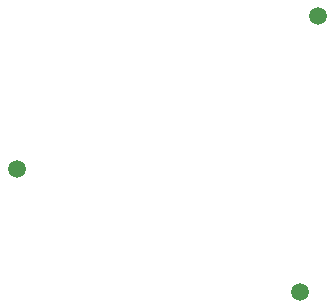
<source format=gbr>
%TF.GenerationSoftware,KiCad,Pcbnew,7.0.10*%
%TF.CreationDate,2024-02-11T22:43:53-05:00*%
%TF.ProjectId,basement_inner,62617365-6d65-46e7-945f-696e6e65722e,rev?*%
%TF.SameCoordinates,Original*%
%TF.FileFunction,Copper,L2,Bot*%
%TF.FilePolarity,Positive*%
%FSLAX46Y46*%
G04 Gerber Fmt 4.6, Leading zero omitted, Abs format (unit mm)*
G04 Created by KiCad (PCBNEW 7.0.10) date 2024-02-11 22:43:53*
%MOMM*%
%LPD*%
G01*
G04 APERTURE LIST*
%TA.AperFunction,ComponentPad*%
%ADD10C,1.500000*%
%TD*%
G04 APERTURE END LIST*
D10*
%TO.P,J102,1,Pin_1*%
%TO.N,unconnected-(J102-Pin_1-Pad1)*%
X57500000Y-37010000D03*
%TD*%
%TO.P,J103,1,Pin_1*%
%TO.N,unconnected-(J103-Pin_1-Pad1)*%
X56000000Y-60392000D03*
%TD*%
%TO.P,J101,1,Pin_1*%
%TO.N,unconnected-(J101-Pin_1-Pad1)*%
X32000000Y-50000000D03*
%TD*%
M02*

</source>
